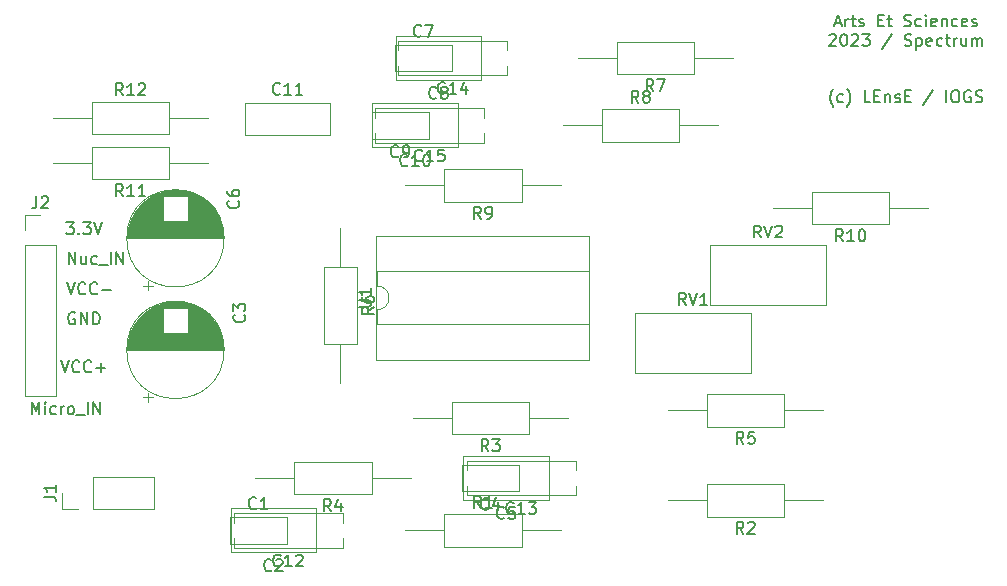
<source format=gbr>
G04 #@! TF.GenerationSoftware,KiCad,Pcbnew,(5.0.1)-4*
G04 #@! TF.CreationDate,2023-12-05T16:50:23+01:00*
G04 #@! TF.ProjectId,AetS_Spectrum_1way,416574535F537065637472756D5F3177,rev?*
G04 #@! TF.SameCoordinates,Original*
G04 #@! TF.FileFunction,Legend,Top*
G04 #@! TF.FilePolarity,Positive*
%FSLAX46Y46*%
G04 Gerber Fmt 4.6, Leading zero omitted, Abs format (unit mm)*
G04 Created by KiCad (PCBNEW (5.0.1)-4) date 05/12/2023 16:50:23*
%MOMM*%
%LPD*%
G01*
G04 APERTURE LIST*
%ADD10C,0.150000*%
%ADD11C,0.120000*%
G04 APERTURE END LIST*
D10*
X229061142Y-40965333D02*
X229013523Y-40917714D01*
X228918285Y-40774857D01*
X228870666Y-40679619D01*
X228823047Y-40536761D01*
X228775428Y-40298666D01*
X228775428Y-40108190D01*
X228823047Y-39870095D01*
X228870666Y-39727238D01*
X228918285Y-39632000D01*
X229013523Y-39489142D01*
X229061142Y-39441523D01*
X229870666Y-40536761D02*
X229775428Y-40584380D01*
X229584952Y-40584380D01*
X229489714Y-40536761D01*
X229442095Y-40489142D01*
X229394476Y-40393904D01*
X229394476Y-40108190D01*
X229442095Y-40012952D01*
X229489714Y-39965333D01*
X229584952Y-39917714D01*
X229775428Y-39917714D01*
X229870666Y-39965333D01*
X230204000Y-40965333D02*
X230251619Y-40917714D01*
X230346857Y-40774857D01*
X230394476Y-40679619D01*
X230442095Y-40536761D01*
X230489714Y-40298666D01*
X230489714Y-40108190D01*
X230442095Y-39870095D01*
X230394476Y-39727238D01*
X230346857Y-39632000D01*
X230251619Y-39489142D01*
X230204000Y-39441523D01*
X232204000Y-40584380D02*
X231727809Y-40584380D01*
X231727809Y-39584380D01*
X232537333Y-40060571D02*
X232870666Y-40060571D01*
X233013523Y-40584380D02*
X232537333Y-40584380D01*
X232537333Y-39584380D01*
X233013523Y-39584380D01*
X233442095Y-39917714D02*
X233442095Y-40584380D01*
X233442095Y-40012952D02*
X233489714Y-39965333D01*
X233584952Y-39917714D01*
X233727809Y-39917714D01*
X233823047Y-39965333D01*
X233870666Y-40060571D01*
X233870666Y-40584380D01*
X234299238Y-40536761D02*
X234394476Y-40584380D01*
X234584952Y-40584380D01*
X234680190Y-40536761D01*
X234727809Y-40441523D01*
X234727809Y-40393904D01*
X234680190Y-40298666D01*
X234584952Y-40251047D01*
X234442095Y-40251047D01*
X234346857Y-40203428D01*
X234299238Y-40108190D01*
X234299238Y-40060571D01*
X234346857Y-39965333D01*
X234442095Y-39917714D01*
X234584952Y-39917714D01*
X234680190Y-39965333D01*
X235156380Y-40060571D02*
X235489714Y-40060571D01*
X235632571Y-40584380D02*
X235156380Y-40584380D01*
X235156380Y-39584380D01*
X235632571Y-39584380D01*
X237537333Y-39536761D02*
X236680190Y-40822476D01*
X238632571Y-40584380D02*
X238632571Y-39584380D01*
X239299238Y-39584380D02*
X239489714Y-39584380D01*
X239584952Y-39632000D01*
X239680190Y-39727238D01*
X239727809Y-39917714D01*
X239727809Y-40251047D01*
X239680190Y-40441523D01*
X239584952Y-40536761D01*
X239489714Y-40584380D01*
X239299238Y-40584380D01*
X239204000Y-40536761D01*
X239108761Y-40441523D01*
X239061142Y-40251047D01*
X239061142Y-39917714D01*
X239108761Y-39727238D01*
X239204000Y-39632000D01*
X239299238Y-39584380D01*
X240680190Y-39632000D02*
X240584952Y-39584380D01*
X240442095Y-39584380D01*
X240299238Y-39632000D01*
X240204000Y-39727238D01*
X240156380Y-39822476D01*
X240108761Y-40012952D01*
X240108761Y-40155809D01*
X240156380Y-40346285D01*
X240204000Y-40441523D01*
X240299238Y-40536761D01*
X240442095Y-40584380D01*
X240537333Y-40584380D01*
X240680190Y-40536761D01*
X240727809Y-40489142D01*
X240727809Y-40155809D01*
X240537333Y-40155809D01*
X241108761Y-40536761D02*
X241251619Y-40584380D01*
X241489714Y-40584380D01*
X241584952Y-40536761D01*
X241632571Y-40489142D01*
X241680190Y-40393904D01*
X241680190Y-40298666D01*
X241632571Y-40203428D01*
X241584952Y-40155809D01*
X241489714Y-40108190D01*
X241299238Y-40060571D01*
X241204000Y-40012952D01*
X241156380Y-39965333D01*
X241108761Y-39870095D01*
X241108761Y-39774857D01*
X241156380Y-39679619D01*
X241204000Y-39632000D01*
X241299238Y-39584380D01*
X241537333Y-39584380D01*
X241680190Y-39632000D01*
X229180190Y-33885666D02*
X229656380Y-33885666D01*
X229084952Y-34171380D02*
X229418285Y-33171380D01*
X229751619Y-34171380D01*
X230084952Y-34171380D02*
X230084952Y-33504714D01*
X230084952Y-33695190D02*
X230132571Y-33599952D01*
X230180190Y-33552333D01*
X230275428Y-33504714D01*
X230370666Y-33504714D01*
X230561142Y-33504714D02*
X230942095Y-33504714D01*
X230704000Y-33171380D02*
X230704000Y-34028523D01*
X230751619Y-34123761D01*
X230846857Y-34171380D01*
X230942095Y-34171380D01*
X231227809Y-34123761D02*
X231323047Y-34171380D01*
X231513523Y-34171380D01*
X231608761Y-34123761D01*
X231656380Y-34028523D01*
X231656380Y-33980904D01*
X231608761Y-33885666D01*
X231513523Y-33838047D01*
X231370666Y-33838047D01*
X231275428Y-33790428D01*
X231227809Y-33695190D01*
X231227809Y-33647571D01*
X231275428Y-33552333D01*
X231370666Y-33504714D01*
X231513523Y-33504714D01*
X231608761Y-33552333D01*
X232846857Y-33647571D02*
X233180190Y-33647571D01*
X233323047Y-34171380D02*
X232846857Y-34171380D01*
X232846857Y-33171380D01*
X233323047Y-33171380D01*
X233608761Y-33504714D02*
X233989714Y-33504714D01*
X233751619Y-33171380D02*
X233751619Y-34028523D01*
X233799238Y-34123761D01*
X233894476Y-34171380D01*
X233989714Y-34171380D01*
X235037333Y-34123761D02*
X235180190Y-34171380D01*
X235418285Y-34171380D01*
X235513523Y-34123761D01*
X235561142Y-34076142D01*
X235608761Y-33980904D01*
X235608761Y-33885666D01*
X235561142Y-33790428D01*
X235513523Y-33742809D01*
X235418285Y-33695190D01*
X235227809Y-33647571D01*
X235132571Y-33599952D01*
X235084952Y-33552333D01*
X235037333Y-33457095D01*
X235037333Y-33361857D01*
X235084952Y-33266619D01*
X235132571Y-33219000D01*
X235227809Y-33171380D01*
X235465904Y-33171380D01*
X235608761Y-33219000D01*
X236465904Y-34123761D02*
X236370666Y-34171380D01*
X236180190Y-34171380D01*
X236084952Y-34123761D01*
X236037333Y-34076142D01*
X235989714Y-33980904D01*
X235989714Y-33695190D01*
X236037333Y-33599952D01*
X236084952Y-33552333D01*
X236180190Y-33504714D01*
X236370666Y-33504714D01*
X236465904Y-33552333D01*
X236894476Y-34171380D02*
X236894476Y-33504714D01*
X236894476Y-33171380D02*
X236846857Y-33219000D01*
X236894476Y-33266619D01*
X236942095Y-33219000D01*
X236894476Y-33171380D01*
X236894476Y-33266619D01*
X237751619Y-34123761D02*
X237656380Y-34171380D01*
X237465904Y-34171380D01*
X237370666Y-34123761D01*
X237323047Y-34028523D01*
X237323047Y-33647571D01*
X237370666Y-33552333D01*
X237465904Y-33504714D01*
X237656380Y-33504714D01*
X237751619Y-33552333D01*
X237799238Y-33647571D01*
X237799238Y-33742809D01*
X237323047Y-33838047D01*
X238227809Y-33504714D02*
X238227809Y-34171380D01*
X238227809Y-33599952D02*
X238275428Y-33552333D01*
X238370666Y-33504714D01*
X238513523Y-33504714D01*
X238608761Y-33552333D01*
X238656380Y-33647571D01*
X238656380Y-34171380D01*
X239561142Y-34123761D02*
X239465904Y-34171380D01*
X239275428Y-34171380D01*
X239180190Y-34123761D01*
X239132571Y-34076142D01*
X239084952Y-33980904D01*
X239084952Y-33695190D01*
X239132571Y-33599952D01*
X239180190Y-33552333D01*
X239275428Y-33504714D01*
X239465904Y-33504714D01*
X239561142Y-33552333D01*
X240370666Y-34123761D02*
X240275428Y-34171380D01*
X240084952Y-34171380D01*
X239989714Y-34123761D01*
X239942095Y-34028523D01*
X239942095Y-33647571D01*
X239989714Y-33552333D01*
X240084952Y-33504714D01*
X240275428Y-33504714D01*
X240370666Y-33552333D01*
X240418285Y-33647571D01*
X240418285Y-33742809D01*
X239942095Y-33838047D01*
X240799238Y-34123761D02*
X240894476Y-34171380D01*
X241084952Y-34171380D01*
X241180190Y-34123761D01*
X241227809Y-34028523D01*
X241227809Y-33980904D01*
X241180190Y-33885666D01*
X241084952Y-33838047D01*
X240942095Y-33838047D01*
X240846857Y-33790428D01*
X240799238Y-33695190D01*
X240799238Y-33647571D01*
X240846857Y-33552333D01*
X240942095Y-33504714D01*
X241084952Y-33504714D01*
X241180190Y-33552333D01*
X228704000Y-34916619D02*
X228751619Y-34869000D01*
X228846857Y-34821380D01*
X229084952Y-34821380D01*
X229180190Y-34869000D01*
X229227809Y-34916619D01*
X229275428Y-35011857D01*
X229275428Y-35107095D01*
X229227809Y-35249952D01*
X228656380Y-35821380D01*
X229275428Y-35821380D01*
X229894476Y-34821380D02*
X229989714Y-34821380D01*
X230084952Y-34869000D01*
X230132571Y-34916619D01*
X230180190Y-35011857D01*
X230227809Y-35202333D01*
X230227809Y-35440428D01*
X230180190Y-35630904D01*
X230132571Y-35726142D01*
X230084952Y-35773761D01*
X229989714Y-35821380D01*
X229894476Y-35821380D01*
X229799238Y-35773761D01*
X229751619Y-35726142D01*
X229704000Y-35630904D01*
X229656380Y-35440428D01*
X229656380Y-35202333D01*
X229704000Y-35011857D01*
X229751619Y-34916619D01*
X229799238Y-34869000D01*
X229894476Y-34821380D01*
X230608761Y-34916619D02*
X230656380Y-34869000D01*
X230751619Y-34821380D01*
X230989714Y-34821380D01*
X231084952Y-34869000D01*
X231132571Y-34916619D01*
X231180190Y-35011857D01*
X231180190Y-35107095D01*
X231132571Y-35249952D01*
X230561142Y-35821380D01*
X231180190Y-35821380D01*
X231513523Y-34821380D02*
X232132571Y-34821380D01*
X231799238Y-35202333D01*
X231942095Y-35202333D01*
X232037333Y-35249952D01*
X232084952Y-35297571D01*
X232132571Y-35392809D01*
X232132571Y-35630904D01*
X232084952Y-35726142D01*
X232037333Y-35773761D01*
X231942095Y-35821380D01*
X231656380Y-35821380D01*
X231561142Y-35773761D01*
X231513523Y-35726142D01*
X234037333Y-34773761D02*
X233180190Y-36059476D01*
X235084952Y-35773761D02*
X235227809Y-35821380D01*
X235465904Y-35821380D01*
X235561142Y-35773761D01*
X235608761Y-35726142D01*
X235656380Y-35630904D01*
X235656380Y-35535666D01*
X235608761Y-35440428D01*
X235561142Y-35392809D01*
X235465904Y-35345190D01*
X235275428Y-35297571D01*
X235180190Y-35249952D01*
X235132571Y-35202333D01*
X235084952Y-35107095D01*
X235084952Y-35011857D01*
X235132571Y-34916619D01*
X235180190Y-34869000D01*
X235275428Y-34821380D01*
X235513523Y-34821380D01*
X235656380Y-34869000D01*
X236084952Y-35154714D02*
X236084952Y-36154714D01*
X236084952Y-35202333D02*
X236180190Y-35154714D01*
X236370666Y-35154714D01*
X236465904Y-35202333D01*
X236513523Y-35249952D01*
X236561142Y-35345190D01*
X236561142Y-35630904D01*
X236513523Y-35726142D01*
X236465904Y-35773761D01*
X236370666Y-35821380D01*
X236180190Y-35821380D01*
X236084952Y-35773761D01*
X237370666Y-35773761D02*
X237275428Y-35821380D01*
X237084952Y-35821380D01*
X236989714Y-35773761D01*
X236942095Y-35678523D01*
X236942095Y-35297571D01*
X236989714Y-35202333D01*
X237084952Y-35154714D01*
X237275428Y-35154714D01*
X237370666Y-35202333D01*
X237418285Y-35297571D01*
X237418285Y-35392809D01*
X236942095Y-35488047D01*
X238275428Y-35773761D02*
X238180190Y-35821380D01*
X237989714Y-35821380D01*
X237894476Y-35773761D01*
X237846857Y-35726142D01*
X237799238Y-35630904D01*
X237799238Y-35345190D01*
X237846857Y-35249952D01*
X237894476Y-35202333D01*
X237989714Y-35154714D01*
X238180190Y-35154714D01*
X238275428Y-35202333D01*
X238561142Y-35154714D02*
X238942095Y-35154714D01*
X238704000Y-34821380D02*
X238704000Y-35678523D01*
X238751619Y-35773761D01*
X238846857Y-35821380D01*
X238942095Y-35821380D01*
X239275428Y-35821380D02*
X239275428Y-35154714D01*
X239275428Y-35345190D02*
X239323047Y-35249952D01*
X239370666Y-35202333D01*
X239465904Y-35154714D01*
X239561142Y-35154714D01*
X240323047Y-35154714D02*
X240323047Y-35821380D01*
X239894476Y-35154714D02*
X239894476Y-35678523D01*
X239942095Y-35773761D01*
X240037333Y-35821380D01*
X240180190Y-35821380D01*
X240275428Y-35773761D01*
X240323047Y-35726142D01*
X240799238Y-35821380D02*
X240799238Y-35154714D01*
X240799238Y-35249952D02*
X240846857Y-35202333D01*
X240942095Y-35154714D01*
X241084952Y-35154714D01*
X241180190Y-35202333D01*
X241227809Y-35297571D01*
X241227809Y-35821380D01*
X241227809Y-35297571D02*
X241275428Y-35202333D01*
X241370666Y-35154714D01*
X241513523Y-35154714D01*
X241608761Y-35202333D01*
X241656380Y-35297571D01*
X241656380Y-35821380D01*
X161179238Y-67000380D02*
X161179238Y-66000380D01*
X161512571Y-66714666D01*
X161845904Y-66000380D01*
X161845904Y-67000380D01*
X162322095Y-67000380D02*
X162322095Y-66333714D01*
X162322095Y-66000380D02*
X162274476Y-66048000D01*
X162322095Y-66095619D01*
X162369714Y-66048000D01*
X162322095Y-66000380D01*
X162322095Y-66095619D01*
X163226857Y-66952761D02*
X163131619Y-67000380D01*
X162941142Y-67000380D01*
X162845904Y-66952761D01*
X162798285Y-66905142D01*
X162750666Y-66809904D01*
X162750666Y-66524190D01*
X162798285Y-66428952D01*
X162845904Y-66381333D01*
X162941142Y-66333714D01*
X163131619Y-66333714D01*
X163226857Y-66381333D01*
X163655428Y-67000380D02*
X163655428Y-66333714D01*
X163655428Y-66524190D02*
X163703047Y-66428952D01*
X163750666Y-66381333D01*
X163845904Y-66333714D01*
X163941142Y-66333714D01*
X164417333Y-67000380D02*
X164322095Y-66952761D01*
X164274476Y-66905142D01*
X164226857Y-66809904D01*
X164226857Y-66524190D01*
X164274476Y-66428952D01*
X164322095Y-66381333D01*
X164417333Y-66333714D01*
X164560190Y-66333714D01*
X164655428Y-66381333D01*
X164703047Y-66428952D01*
X164750666Y-66524190D01*
X164750666Y-66809904D01*
X164703047Y-66905142D01*
X164655428Y-66952761D01*
X164560190Y-67000380D01*
X164417333Y-67000380D01*
X164941142Y-67095619D02*
X165703047Y-67095619D01*
X165941142Y-67000380D02*
X165941142Y-66000380D01*
X166417333Y-67000380D02*
X166417333Y-66000380D01*
X166988761Y-67000380D01*
X166988761Y-66000380D01*
X163655619Y-62444380D02*
X163988952Y-63444380D01*
X164322285Y-62444380D01*
X165227047Y-63349142D02*
X165179428Y-63396761D01*
X165036571Y-63444380D01*
X164941333Y-63444380D01*
X164798476Y-63396761D01*
X164703238Y-63301523D01*
X164655619Y-63206285D01*
X164608000Y-63015809D01*
X164608000Y-62872952D01*
X164655619Y-62682476D01*
X164703238Y-62587238D01*
X164798476Y-62492000D01*
X164941333Y-62444380D01*
X165036571Y-62444380D01*
X165179428Y-62492000D01*
X165227047Y-62539619D01*
X166227047Y-63349142D02*
X166179428Y-63396761D01*
X166036571Y-63444380D01*
X165941333Y-63444380D01*
X165798476Y-63396761D01*
X165703238Y-63301523D01*
X165655619Y-63206285D01*
X165608000Y-63015809D01*
X165608000Y-62872952D01*
X165655619Y-62682476D01*
X165703238Y-62587238D01*
X165798476Y-62492000D01*
X165941333Y-62444380D01*
X166036571Y-62444380D01*
X166179428Y-62492000D01*
X166227047Y-62539619D01*
X166655619Y-63063428D02*
X167417523Y-63063428D01*
X167036571Y-63444380D02*
X167036571Y-62682476D01*
X164131809Y-50760380D02*
X164750857Y-50760380D01*
X164417523Y-51141333D01*
X164560380Y-51141333D01*
X164655619Y-51188952D01*
X164703238Y-51236571D01*
X164750857Y-51331809D01*
X164750857Y-51569904D01*
X164703238Y-51665142D01*
X164655619Y-51712761D01*
X164560380Y-51760380D01*
X164274666Y-51760380D01*
X164179428Y-51712761D01*
X164131809Y-51665142D01*
X165179428Y-51665142D02*
X165227047Y-51712761D01*
X165179428Y-51760380D01*
X165131809Y-51712761D01*
X165179428Y-51665142D01*
X165179428Y-51760380D01*
X165560380Y-50760380D02*
X166179428Y-50760380D01*
X165846095Y-51141333D01*
X165988952Y-51141333D01*
X166084190Y-51188952D01*
X166131809Y-51236571D01*
X166179428Y-51331809D01*
X166179428Y-51569904D01*
X166131809Y-51665142D01*
X166084190Y-51712761D01*
X165988952Y-51760380D01*
X165703238Y-51760380D01*
X165608000Y-51712761D01*
X165560380Y-51665142D01*
X166465142Y-50760380D02*
X166798476Y-51760380D01*
X167131809Y-50760380D01*
X164314476Y-54300380D02*
X164314476Y-53300380D01*
X164885904Y-54300380D01*
X164885904Y-53300380D01*
X165790666Y-53633714D02*
X165790666Y-54300380D01*
X165362095Y-53633714D02*
X165362095Y-54157523D01*
X165409714Y-54252761D01*
X165504952Y-54300380D01*
X165647809Y-54300380D01*
X165743047Y-54252761D01*
X165790666Y-54205142D01*
X166695428Y-54252761D02*
X166600190Y-54300380D01*
X166409714Y-54300380D01*
X166314476Y-54252761D01*
X166266857Y-54205142D01*
X166219238Y-54109904D01*
X166219238Y-53824190D01*
X166266857Y-53728952D01*
X166314476Y-53681333D01*
X166409714Y-53633714D01*
X166600190Y-53633714D01*
X166695428Y-53681333D01*
X166885904Y-54395619D02*
X167647809Y-54395619D01*
X167885904Y-54300380D02*
X167885904Y-53300380D01*
X168362095Y-54300380D02*
X168362095Y-53300380D01*
X168933523Y-54300380D01*
X168933523Y-53300380D01*
X164163619Y-55840380D02*
X164496952Y-56840380D01*
X164830285Y-55840380D01*
X165735047Y-56745142D02*
X165687428Y-56792761D01*
X165544571Y-56840380D01*
X165449333Y-56840380D01*
X165306476Y-56792761D01*
X165211238Y-56697523D01*
X165163619Y-56602285D01*
X165116000Y-56411809D01*
X165116000Y-56268952D01*
X165163619Y-56078476D01*
X165211238Y-55983238D01*
X165306476Y-55888000D01*
X165449333Y-55840380D01*
X165544571Y-55840380D01*
X165687428Y-55888000D01*
X165735047Y-55935619D01*
X166735047Y-56745142D02*
X166687428Y-56792761D01*
X166544571Y-56840380D01*
X166449333Y-56840380D01*
X166306476Y-56792761D01*
X166211238Y-56697523D01*
X166163619Y-56602285D01*
X166116000Y-56411809D01*
X166116000Y-56268952D01*
X166163619Y-56078476D01*
X166211238Y-55983238D01*
X166306476Y-55888000D01*
X166449333Y-55840380D01*
X166544571Y-55840380D01*
X166687428Y-55888000D01*
X166735047Y-55935619D01*
X167163619Y-56459428D02*
X167925523Y-56459428D01*
X164846095Y-58428000D02*
X164750857Y-58380380D01*
X164608000Y-58380380D01*
X164465142Y-58428000D01*
X164369904Y-58523238D01*
X164322285Y-58618476D01*
X164274666Y-58808952D01*
X164274666Y-58951809D01*
X164322285Y-59142285D01*
X164369904Y-59237523D01*
X164465142Y-59332761D01*
X164608000Y-59380380D01*
X164703238Y-59380380D01*
X164846095Y-59332761D01*
X164893714Y-59285142D01*
X164893714Y-58951809D01*
X164703238Y-58951809D01*
X165322285Y-59380380D02*
X165322285Y-58380380D01*
X165893714Y-59380380D01*
X165893714Y-58380380D01*
X166369904Y-59380380D02*
X166369904Y-58380380D01*
X166608000Y-58380380D01*
X166750857Y-58428000D01*
X166846095Y-58523238D01*
X166893714Y-58618476D01*
X166941333Y-58808952D01*
X166941333Y-58951809D01*
X166893714Y-59142285D01*
X166846095Y-59237523D01*
X166750857Y-59332761D01*
X166608000Y-59380380D01*
X166369904Y-59380380D01*
D11*
G04 #@! TO.C,J1*
X163770000Y-74990000D02*
X163770000Y-73660000D01*
X165100000Y-74990000D02*
X163770000Y-74990000D01*
X166370000Y-74990000D02*
X166370000Y-72330000D01*
X166370000Y-72330000D02*
X171510000Y-72330000D01*
X166370000Y-74990000D02*
X171510000Y-74990000D01*
X171510000Y-74990000D02*
X171510000Y-72330000D01*
G04 #@! TO.C,C1*
X177940000Y-75715000D02*
X182780000Y-75715000D01*
X177940000Y-77955000D02*
X182780000Y-77955000D01*
X177940000Y-75715000D02*
X177940000Y-77955000D01*
X182780000Y-75715000D02*
X182780000Y-77955000D01*
G04 #@! TO.C,C2*
X178030000Y-78705000D02*
X178030000Y-74965000D01*
X185270000Y-78705000D02*
X185270000Y-74965000D01*
X185270000Y-74965000D02*
X178030000Y-74965000D01*
X185270000Y-78705000D02*
X178030000Y-78705000D01*
G04 #@! TO.C,C3*
X177475000Y-61555000D02*
G75*
G03X177475000Y-61555000I-4120000J0D01*
G01*
X169275000Y-61555000D02*
X177435000Y-61555000D01*
X169275000Y-61515000D02*
X177435000Y-61515000D01*
X169275000Y-61475000D02*
X177435000Y-61475000D01*
X169276000Y-61435000D02*
X177434000Y-61435000D01*
X169278000Y-61395000D02*
X177432000Y-61395000D01*
X169279000Y-61355000D02*
X177431000Y-61355000D01*
X169281000Y-61315000D02*
X177429000Y-61315000D01*
X169284000Y-61275000D02*
X177426000Y-61275000D01*
X169287000Y-61235000D02*
X177423000Y-61235000D01*
X169290000Y-61195000D02*
X177420000Y-61195000D01*
X169294000Y-61155000D02*
X177416000Y-61155000D01*
X169298000Y-61115000D02*
X177412000Y-61115000D01*
X169303000Y-61075000D02*
X177407000Y-61075000D01*
X169307000Y-61035000D02*
X177403000Y-61035000D01*
X169313000Y-60995000D02*
X177397000Y-60995000D01*
X169318000Y-60955000D02*
X177392000Y-60955000D01*
X169325000Y-60915000D02*
X177385000Y-60915000D01*
X169331000Y-60875000D02*
X177379000Y-60875000D01*
X169338000Y-60834000D02*
X177372000Y-60834000D01*
X169345000Y-60794000D02*
X177365000Y-60794000D01*
X169353000Y-60754000D02*
X177357000Y-60754000D01*
X169361000Y-60714000D02*
X177349000Y-60714000D01*
X169370000Y-60674000D02*
X177340000Y-60674000D01*
X169379000Y-60634000D02*
X177331000Y-60634000D01*
X169388000Y-60594000D02*
X177322000Y-60594000D01*
X169398000Y-60554000D02*
X177312000Y-60554000D01*
X169408000Y-60514000D02*
X177302000Y-60514000D01*
X169419000Y-60474000D02*
X177291000Y-60474000D01*
X169430000Y-60434000D02*
X177280000Y-60434000D01*
X169441000Y-60394000D02*
X177269000Y-60394000D01*
X169453000Y-60354000D02*
X177257000Y-60354000D01*
X169466000Y-60314000D02*
X177244000Y-60314000D01*
X169478000Y-60274000D02*
X177232000Y-60274000D01*
X169492000Y-60234000D02*
X177218000Y-60234000D01*
X169505000Y-60194000D02*
X177205000Y-60194000D01*
X169520000Y-60154000D02*
X177190000Y-60154000D01*
X169534000Y-60114000D02*
X177176000Y-60114000D01*
X169550000Y-60074000D02*
X172315000Y-60074000D01*
X174395000Y-60074000D02*
X177160000Y-60074000D01*
X169565000Y-60034000D02*
X172315000Y-60034000D01*
X174395000Y-60034000D02*
X177145000Y-60034000D01*
X169581000Y-59994000D02*
X172315000Y-59994000D01*
X174395000Y-59994000D02*
X177129000Y-59994000D01*
X169598000Y-59954000D02*
X172315000Y-59954000D01*
X174395000Y-59954000D02*
X177112000Y-59954000D01*
X169615000Y-59914000D02*
X172315000Y-59914000D01*
X174395000Y-59914000D02*
X177095000Y-59914000D01*
X169633000Y-59874000D02*
X172315000Y-59874000D01*
X174395000Y-59874000D02*
X177077000Y-59874000D01*
X169651000Y-59834000D02*
X172315000Y-59834000D01*
X174395000Y-59834000D02*
X177059000Y-59834000D01*
X169669000Y-59794000D02*
X172315000Y-59794000D01*
X174395000Y-59794000D02*
X177041000Y-59794000D01*
X169689000Y-59754000D02*
X172315000Y-59754000D01*
X174395000Y-59754000D02*
X177021000Y-59754000D01*
X169708000Y-59714000D02*
X172315000Y-59714000D01*
X174395000Y-59714000D02*
X177002000Y-59714000D01*
X169728000Y-59674000D02*
X172315000Y-59674000D01*
X174395000Y-59674000D02*
X176982000Y-59674000D01*
X169749000Y-59634000D02*
X172315000Y-59634000D01*
X174395000Y-59634000D02*
X176961000Y-59634000D01*
X169771000Y-59594000D02*
X172315000Y-59594000D01*
X174395000Y-59594000D02*
X176939000Y-59594000D01*
X169793000Y-59554000D02*
X172315000Y-59554000D01*
X174395000Y-59554000D02*
X176917000Y-59554000D01*
X169815000Y-59514000D02*
X172315000Y-59514000D01*
X174395000Y-59514000D02*
X176895000Y-59514000D01*
X169838000Y-59474000D02*
X172315000Y-59474000D01*
X174395000Y-59474000D02*
X176872000Y-59474000D01*
X169862000Y-59434000D02*
X172315000Y-59434000D01*
X174395000Y-59434000D02*
X176848000Y-59434000D01*
X169886000Y-59394000D02*
X172315000Y-59394000D01*
X174395000Y-59394000D02*
X176824000Y-59394000D01*
X169911000Y-59354000D02*
X172315000Y-59354000D01*
X174395000Y-59354000D02*
X176799000Y-59354000D01*
X169937000Y-59314000D02*
X172315000Y-59314000D01*
X174395000Y-59314000D02*
X176773000Y-59314000D01*
X169963000Y-59274000D02*
X172315000Y-59274000D01*
X174395000Y-59274000D02*
X176747000Y-59274000D01*
X169990000Y-59234000D02*
X172315000Y-59234000D01*
X174395000Y-59234000D02*
X176720000Y-59234000D01*
X170017000Y-59194000D02*
X172315000Y-59194000D01*
X174395000Y-59194000D02*
X176693000Y-59194000D01*
X170046000Y-59154000D02*
X172315000Y-59154000D01*
X174395000Y-59154000D02*
X176664000Y-59154000D01*
X170075000Y-59114000D02*
X172315000Y-59114000D01*
X174395000Y-59114000D02*
X176635000Y-59114000D01*
X170105000Y-59074000D02*
X172315000Y-59074000D01*
X174395000Y-59074000D02*
X176605000Y-59074000D01*
X170135000Y-59034000D02*
X172315000Y-59034000D01*
X174395000Y-59034000D02*
X176575000Y-59034000D01*
X170166000Y-58994000D02*
X172315000Y-58994000D01*
X174395000Y-58994000D02*
X176544000Y-58994000D01*
X170199000Y-58954000D02*
X172315000Y-58954000D01*
X174395000Y-58954000D02*
X176511000Y-58954000D01*
X170231000Y-58914000D02*
X172315000Y-58914000D01*
X174395000Y-58914000D02*
X176479000Y-58914000D01*
X170265000Y-58874000D02*
X172315000Y-58874000D01*
X174395000Y-58874000D02*
X176445000Y-58874000D01*
X170300000Y-58834000D02*
X172315000Y-58834000D01*
X174395000Y-58834000D02*
X176410000Y-58834000D01*
X170336000Y-58794000D02*
X172315000Y-58794000D01*
X174395000Y-58794000D02*
X176374000Y-58794000D01*
X170372000Y-58754000D02*
X172315000Y-58754000D01*
X174395000Y-58754000D02*
X176338000Y-58754000D01*
X170410000Y-58714000D02*
X172315000Y-58714000D01*
X174395000Y-58714000D02*
X176300000Y-58714000D01*
X170448000Y-58674000D02*
X172315000Y-58674000D01*
X174395000Y-58674000D02*
X176262000Y-58674000D01*
X170488000Y-58634000D02*
X172315000Y-58634000D01*
X174395000Y-58634000D02*
X176222000Y-58634000D01*
X170529000Y-58594000D02*
X172315000Y-58594000D01*
X174395000Y-58594000D02*
X176181000Y-58594000D01*
X170571000Y-58554000D02*
X172315000Y-58554000D01*
X174395000Y-58554000D02*
X176139000Y-58554000D01*
X170614000Y-58514000D02*
X172315000Y-58514000D01*
X174395000Y-58514000D02*
X176096000Y-58514000D01*
X170658000Y-58474000D02*
X172315000Y-58474000D01*
X174395000Y-58474000D02*
X176052000Y-58474000D01*
X170704000Y-58434000D02*
X172315000Y-58434000D01*
X174395000Y-58434000D02*
X176006000Y-58434000D01*
X170751000Y-58394000D02*
X172315000Y-58394000D01*
X174395000Y-58394000D02*
X175959000Y-58394000D01*
X170799000Y-58354000D02*
X172315000Y-58354000D01*
X174395000Y-58354000D02*
X175911000Y-58354000D01*
X170850000Y-58314000D02*
X172315000Y-58314000D01*
X174395000Y-58314000D02*
X175860000Y-58314000D01*
X170901000Y-58274000D02*
X172315000Y-58274000D01*
X174395000Y-58274000D02*
X175809000Y-58274000D01*
X170955000Y-58234000D02*
X172315000Y-58234000D01*
X174395000Y-58234000D02*
X175755000Y-58234000D01*
X171010000Y-58194000D02*
X172315000Y-58194000D01*
X174395000Y-58194000D02*
X175700000Y-58194000D01*
X171068000Y-58154000D02*
X172315000Y-58154000D01*
X174395000Y-58154000D02*
X175642000Y-58154000D01*
X171127000Y-58114000D02*
X172315000Y-58114000D01*
X174395000Y-58114000D02*
X175583000Y-58114000D01*
X171189000Y-58074000D02*
X172315000Y-58074000D01*
X174395000Y-58074000D02*
X175521000Y-58074000D01*
X171253000Y-58034000D02*
X172315000Y-58034000D01*
X174395000Y-58034000D02*
X175457000Y-58034000D01*
X171321000Y-57994000D02*
X175389000Y-57994000D01*
X171391000Y-57954000D02*
X175319000Y-57954000D01*
X171465000Y-57914000D02*
X175245000Y-57914000D01*
X171542000Y-57874000D02*
X175168000Y-57874000D01*
X171624000Y-57834000D02*
X175086000Y-57834000D01*
X171710000Y-57794000D02*
X175000000Y-57794000D01*
X171803000Y-57754000D02*
X174907000Y-57754000D01*
X171902000Y-57714000D02*
X174808000Y-57714000D01*
X172009000Y-57674000D02*
X174701000Y-57674000D01*
X172126000Y-57634000D02*
X174584000Y-57634000D01*
X172257000Y-57594000D02*
X174453000Y-57594000D01*
X172407000Y-57554000D02*
X174303000Y-57554000D01*
X172587000Y-57514000D02*
X174123000Y-57514000D01*
X172822000Y-57474000D02*
X173888000Y-57474000D01*
X171040000Y-65964698D02*
X171040000Y-65164698D01*
X170640000Y-65564698D02*
X171440000Y-65564698D01*
G04 #@! TO.C,C4*
X197585000Y-73510000D02*
X197585000Y-71270000D01*
X202425000Y-73510000D02*
X202425000Y-71270000D01*
X202425000Y-71270000D02*
X197585000Y-71270000D01*
X202425000Y-73510000D02*
X197585000Y-73510000D01*
G04 #@! TO.C,C5*
X204955000Y-74260000D02*
X197715000Y-74260000D01*
X204955000Y-70520000D02*
X197715000Y-70520000D01*
X204955000Y-74260000D02*
X204955000Y-70520000D01*
X197715000Y-74260000D02*
X197715000Y-70520000D01*
G04 #@! TO.C,C6*
X170640000Y-56119698D02*
X171440000Y-56119698D01*
X171040000Y-56519698D02*
X171040000Y-55719698D01*
X172822000Y-48029000D02*
X173888000Y-48029000D01*
X172587000Y-48069000D02*
X174123000Y-48069000D01*
X172407000Y-48109000D02*
X174303000Y-48109000D01*
X172257000Y-48149000D02*
X174453000Y-48149000D01*
X172126000Y-48189000D02*
X174584000Y-48189000D01*
X172009000Y-48229000D02*
X174701000Y-48229000D01*
X171902000Y-48269000D02*
X174808000Y-48269000D01*
X171803000Y-48309000D02*
X174907000Y-48309000D01*
X171710000Y-48349000D02*
X175000000Y-48349000D01*
X171624000Y-48389000D02*
X175086000Y-48389000D01*
X171542000Y-48429000D02*
X175168000Y-48429000D01*
X171465000Y-48469000D02*
X175245000Y-48469000D01*
X171391000Y-48509000D02*
X175319000Y-48509000D01*
X171321000Y-48549000D02*
X175389000Y-48549000D01*
X174395000Y-48589000D02*
X175457000Y-48589000D01*
X171253000Y-48589000D02*
X172315000Y-48589000D01*
X174395000Y-48629000D02*
X175521000Y-48629000D01*
X171189000Y-48629000D02*
X172315000Y-48629000D01*
X174395000Y-48669000D02*
X175583000Y-48669000D01*
X171127000Y-48669000D02*
X172315000Y-48669000D01*
X174395000Y-48709000D02*
X175642000Y-48709000D01*
X171068000Y-48709000D02*
X172315000Y-48709000D01*
X174395000Y-48749000D02*
X175700000Y-48749000D01*
X171010000Y-48749000D02*
X172315000Y-48749000D01*
X174395000Y-48789000D02*
X175755000Y-48789000D01*
X170955000Y-48789000D02*
X172315000Y-48789000D01*
X174395000Y-48829000D02*
X175809000Y-48829000D01*
X170901000Y-48829000D02*
X172315000Y-48829000D01*
X174395000Y-48869000D02*
X175860000Y-48869000D01*
X170850000Y-48869000D02*
X172315000Y-48869000D01*
X174395000Y-48909000D02*
X175911000Y-48909000D01*
X170799000Y-48909000D02*
X172315000Y-48909000D01*
X174395000Y-48949000D02*
X175959000Y-48949000D01*
X170751000Y-48949000D02*
X172315000Y-48949000D01*
X174395000Y-48989000D02*
X176006000Y-48989000D01*
X170704000Y-48989000D02*
X172315000Y-48989000D01*
X174395000Y-49029000D02*
X176052000Y-49029000D01*
X170658000Y-49029000D02*
X172315000Y-49029000D01*
X174395000Y-49069000D02*
X176096000Y-49069000D01*
X170614000Y-49069000D02*
X172315000Y-49069000D01*
X174395000Y-49109000D02*
X176139000Y-49109000D01*
X170571000Y-49109000D02*
X172315000Y-49109000D01*
X174395000Y-49149000D02*
X176181000Y-49149000D01*
X170529000Y-49149000D02*
X172315000Y-49149000D01*
X174395000Y-49189000D02*
X176222000Y-49189000D01*
X170488000Y-49189000D02*
X172315000Y-49189000D01*
X174395000Y-49229000D02*
X176262000Y-49229000D01*
X170448000Y-49229000D02*
X172315000Y-49229000D01*
X174395000Y-49269000D02*
X176300000Y-49269000D01*
X170410000Y-49269000D02*
X172315000Y-49269000D01*
X174395000Y-49309000D02*
X176338000Y-49309000D01*
X170372000Y-49309000D02*
X172315000Y-49309000D01*
X174395000Y-49349000D02*
X176374000Y-49349000D01*
X170336000Y-49349000D02*
X172315000Y-49349000D01*
X174395000Y-49389000D02*
X176410000Y-49389000D01*
X170300000Y-49389000D02*
X172315000Y-49389000D01*
X174395000Y-49429000D02*
X176445000Y-49429000D01*
X170265000Y-49429000D02*
X172315000Y-49429000D01*
X174395000Y-49469000D02*
X176479000Y-49469000D01*
X170231000Y-49469000D02*
X172315000Y-49469000D01*
X174395000Y-49509000D02*
X176511000Y-49509000D01*
X170199000Y-49509000D02*
X172315000Y-49509000D01*
X174395000Y-49549000D02*
X176544000Y-49549000D01*
X170166000Y-49549000D02*
X172315000Y-49549000D01*
X174395000Y-49589000D02*
X176575000Y-49589000D01*
X170135000Y-49589000D02*
X172315000Y-49589000D01*
X174395000Y-49629000D02*
X176605000Y-49629000D01*
X170105000Y-49629000D02*
X172315000Y-49629000D01*
X174395000Y-49669000D02*
X176635000Y-49669000D01*
X170075000Y-49669000D02*
X172315000Y-49669000D01*
X174395000Y-49709000D02*
X176664000Y-49709000D01*
X170046000Y-49709000D02*
X172315000Y-49709000D01*
X174395000Y-49749000D02*
X176693000Y-49749000D01*
X170017000Y-49749000D02*
X172315000Y-49749000D01*
X174395000Y-49789000D02*
X176720000Y-49789000D01*
X169990000Y-49789000D02*
X172315000Y-49789000D01*
X174395000Y-49829000D02*
X176747000Y-49829000D01*
X169963000Y-49829000D02*
X172315000Y-49829000D01*
X174395000Y-49869000D02*
X176773000Y-49869000D01*
X169937000Y-49869000D02*
X172315000Y-49869000D01*
X174395000Y-49909000D02*
X176799000Y-49909000D01*
X169911000Y-49909000D02*
X172315000Y-49909000D01*
X174395000Y-49949000D02*
X176824000Y-49949000D01*
X169886000Y-49949000D02*
X172315000Y-49949000D01*
X174395000Y-49989000D02*
X176848000Y-49989000D01*
X169862000Y-49989000D02*
X172315000Y-49989000D01*
X174395000Y-50029000D02*
X176872000Y-50029000D01*
X169838000Y-50029000D02*
X172315000Y-50029000D01*
X174395000Y-50069000D02*
X176895000Y-50069000D01*
X169815000Y-50069000D02*
X172315000Y-50069000D01*
X174395000Y-50109000D02*
X176917000Y-50109000D01*
X169793000Y-50109000D02*
X172315000Y-50109000D01*
X174395000Y-50149000D02*
X176939000Y-50149000D01*
X169771000Y-50149000D02*
X172315000Y-50149000D01*
X174395000Y-50189000D02*
X176961000Y-50189000D01*
X169749000Y-50189000D02*
X172315000Y-50189000D01*
X174395000Y-50229000D02*
X176982000Y-50229000D01*
X169728000Y-50229000D02*
X172315000Y-50229000D01*
X174395000Y-50269000D02*
X177002000Y-50269000D01*
X169708000Y-50269000D02*
X172315000Y-50269000D01*
X174395000Y-50309000D02*
X177021000Y-50309000D01*
X169689000Y-50309000D02*
X172315000Y-50309000D01*
X174395000Y-50349000D02*
X177041000Y-50349000D01*
X169669000Y-50349000D02*
X172315000Y-50349000D01*
X174395000Y-50389000D02*
X177059000Y-50389000D01*
X169651000Y-50389000D02*
X172315000Y-50389000D01*
X174395000Y-50429000D02*
X177077000Y-50429000D01*
X169633000Y-50429000D02*
X172315000Y-50429000D01*
X174395000Y-50469000D02*
X177095000Y-50469000D01*
X169615000Y-50469000D02*
X172315000Y-50469000D01*
X174395000Y-50509000D02*
X177112000Y-50509000D01*
X169598000Y-50509000D02*
X172315000Y-50509000D01*
X174395000Y-50549000D02*
X177129000Y-50549000D01*
X169581000Y-50549000D02*
X172315000Y-50549000D01*
X174395000Y-50589000D02*
X177145000Y-50589000D01*
X169565000Y-50589000D02*
X172315000Y-50589000D01*
X174395000Y-50629000D02*
X177160000Y-50629000D01*
X169550000Y-50629000D02*
X172315000Y-50629000D01*
X169534000Y-50669000D02*
X177176000Y-50669000D01*
X169520000Y-50709000D02*
X177190000Y-50709000D01*
X169505000Y-50749000D02*
X177205000Y-50749000D01*
X169492000Y-50789000D02*
X177218000Y-50789000D01*
X169478000Y-50829000D02*
X177232000Y-50829000D01*
X169466000Y-50869000D02*
X177244000Y-50869000D01*
X169453000Y-50909000D02*
X177257000Y-50909000D01*
X169441000Y-50949000D02*
X177269000Y-50949000D01*
X169430000Y-50989000D02*
X177280000Y-50989000D01*
X169419000Y-51029000D02*
X177291000Y-51029000D01*
X169408000Y-51069000D02*
X177302000Y-51069000D01*
X169398000Y-51109000D02*
X177312000Y-51109000D01*
X169388000Y-51149000D02*
X177322000Y-51149000D01*
X169379000Y-51189000D02*
X177331000Y-51189000D01*
X169370000Y-51229000D02*
X177340000Y-51229000D01*
X169361000Y-51269000D02*
X177349000Y-51269000D01*
X169353000Y-51309000D02*
X177357000Y-51309000D01*
X169345000Y-51349000D02*
X177365000Y-51349000D01*
X169338000Y-51389000D02*
X177372000Y-51389000D01*
X169331000Y-51430000D02*
X177379000Y-51430000D01*
X169325000Y-51470000D02*
X177385000Y-51470000D01*
X169318000Y-51510000D02*
X177392000Y-51510000D01*
X169313000Y-51550000D02*
X177397000Y-51550000D01*
X169307000Y-51590000D02*
X177403000Y-51590000D01*
X169303000Y-51630000D02*
X177407000Y-51630000D01*
X169298000Y-51670000D02*
X177412000Y-51670000D01*
X169294000Y-51710000D02*
X177416000Y-51710000D01*
X169290000Y-51750000D02*
X177420000Y-51750000D01*
X169287000Y-51790000D02*
X177423000Y-51790000D01*
X169284000Y-51830000D02*
X177426000Y-51830000D01*
X169281000Y-51870000D02*
X177429000Y-51870000D01*
X169279000Y-51910000D02*
X177431000Y-51910000D01*
X169278000Y-51950000D02*
X177432000Y-51950000D01*
X169276000Y-51990000D02*
X177434000Y-51990000D01*
X169275000Y-52030000D02*
X177435000Y-52030000D01*
X169275000Y-52070000D02*
X177435000Y-52070000D01*
X169275000Y-52110000D02*
X177435000Y-52110000D01*
X177475000Y-52110000D02*
G75*
G03X177475000Y-52110000I-4120000J0D01*
G01*
G04 #@! TO.C,C7*
X191910000Y-35710000D02*
X196750000Y-35710000D01*
X191910000Y-37950000D02*
X196750000Y-37950000D01*
X191910000Y-35710000D02*
X191910000Y-37950000D01*
X196750000Y-35710000D02*
X196750000Y-37950000D01*
G04 #@! TO.C,C8*
X192000000Y-38700000D02*
X192000000Y-34960000D01*
X199240000Y-38700000D02*
X199240000Y-34960000D01*
X199240000Y-34960000D02*
X192000000Y-34960000D01*
X199240000Y-38700000D02*
X192000000Y-38700000D01*
G04 #@! TO.C,C9*
X189965000Y-43665000D02*
X189965000Y-41425000D01*
X194805000Y-43665000D02*
X194805000Y-41425000D01*
X194805000Y-41425000D02*
X189965000Y-41425000D01*
X194805000Y-43665000D02*
X189965000Y-43665000D01*
G04 #@! TO.C,C10*
X197255000Y-44415000D02*
X190015000Y-44415000D01*
X197255000Y-40675000D02*
X190015000Y-40675000D01*
X197255000Y-44415000D02*
X197255000Y-40675000D01*
X190015000Y-44415000D02*
X190015000Y-40675000D01*
G04 #@! TO.C,C11*
X186460000Y-40620000D02*
X186460000Y-43360000D01*
X179220000Y-40620000D02*
X179220000Y-43360000D01*
X179220000Y-43360000D02*
X186460000Y-43360000D01*
X179220000Y-40620000D02*
X186460000Y-40620000D01*
G04 #@! TO.C,C12*
X187520000Y-78306000D02*
X178280000Y-78306000D01*
X187520000Y-75364000D02*
X178280000Y-75364000D01*
X187520000Y-78306000D02*
X187520000Y-77500000D01*
X187520000Y-76170000D02*
X187520000Y-75364000D01*
X178280000Y-78306000D02*
X178280000Y-77500000D01*
X178280000Y-76170000D02*
X178280000Y-75364000D01*
G04 #@! TO.C,C13*
X198005000Y-71725000D02*
X198005000Y-70919000D01*
X198005000Y-73861000D02*
X198005000Y-73055000D01*
X207245000Y-71725000D02*
X207245000Y-70919000D01*
X207245000Y-73861000D02*
X207245000Y-73055000D01*
X207245000Y-70919000D02*
X198005000Y-70919000D01*
X207245000Y-73861000D02*
X198005000Y-73861000D01*
G04 #@! TO.C,C14*
X201450000Y-38301000D02*
X192210000Y-38301000D01*
X201450000Y-35359000D02*
X192210000Y-35359000D01*
X201450000Y-38301000D02*
X201450000Y-37495000D01*
X201450000Y-36165000D02*
X201450000Y-35359000D01*
X192210000Y-38301000D02*
X192210000Y-37495000D01*
X192210000Y-36165000D02*
X192210000Y-35359000D01*
G04 #@! TO.C,C15*
X190265000Y-41880000D02*
X190265000Y-41074000D01*
X190265000Y-44016000D02*
X190265000Y-43210000D01*
X199505000Y-41880000D02*
X199505000Y-41074000D01*
X199505000Y-44016000D02*
X199505000Y-43210000D01*
X199505000Y-41074000D02*
X190265000Y-41074000D01*
X199505000Y-44016000D02*
X190265000Y-44016000D01*
G04 #@! TO.C,J2*
X160595000Y-50105000D02*
X161925000Y-50105000D01*
X160595000Y-51435000D02*
X160595000Y-50105000D01*
X160595000Y-52705000D02*
X163255000Y-52705000D01*
X163255000Y-52705000D02*
X163255000Y-65465000D01*
X160595000Y-52705000D02*
X160595000Y-65465000D01*
X160595000Y-65465000D02*
X163255000Y-65465000D01*
G04 #@! TO.C,R1*
X205970000Y-76835000D02*
X202660000Y-76835000D01*
X192810000Y-76835000D02*
X196120000Y-76835000D01*
X202660000Y-75465000D02*
X196120000Y-75465000D01*
X202660000Y-78205000D02*
X202660000Y-75465000D01*
X196120000Y-78205000D02*
X202660000Y-78205000D01*
X196120000Y-75465000D02*
X196120000Y-78205000D01*
G04 #@! TO.C,R2*
X215035000Y-74295000D02*
X218345000Y-74295000D01*
X228195000Y-74295000D02*
X224885000Y-74295000D01*
X218345000Y-75665000D02*
X224885000Y-75665000D01*
X218345000Y-72925000D02*
X218345000Y-75665000D01*
X224885000Y-72925000D02*
X218345000Y-72925000D01*
X224885000Y-75665000D02*
X224885000Y-72925000D01*
G04 #@! TO.C,R3*
X193445000Y-67310000D02*
X196755000Y-67310000D01*
X206605000Y-67310000D02*
X203295000Y-67310000D01*
X196755000Y-68680000D02*
X203295000Y-68680000D01*
X196755000Y-65940000D02*
X196755000Y-68680000D01*
X203295000Y-65940000D02*
X196755000Y-65940000D01*
X203295000Y-68680000D02*
X203295000Y-65940000D01*
G04 #@! TO.C,R4*
X189960000Y-73760000D02*
X189960000Y-71020000D01*
X189960000Y-71020000D02*
X183420000Y-71020000D01*
X183420000Y-71020000D02*
X183420000Y-73760000D01*
X183420000Y-73760000D02*
X189960000Y-73760000D01*
X193270000Y-72390000D02*
X189960000Y-72390000D01*
X180110000Y-72390000D02*
X183420000Y-72390000D01*
G04 #@! TO.C,R5*
X224885000Y-68045000D02*
X224885000Y-65305000D01*
X224885000Y-65305000D02*
X218345000Y-65305000D01*
X218345000Y-65305000D02*
X218345000Y-68045000D01*
X218345000Y-68045000D02*
X224885000Y-68045000D01*
X228195000Y-66675000D02*
X224885000Y-66675000D01*
X215035000Y-66675000D02*
X218345000Y-66675000D01*
G04 #@! TO.C,R6*
X188695000Y-54515000D02*
X185955000Y-54515000D01*
X185955000Y-54515000D02*
X185955000Y-61055000D01*
X185955000Y-61055000D02*
X188695000Y-61055000D01*
X188695000Y-61055000D02*
X188695000Y-54515000D01*
X187325000Y-51205000D02*
X187325000Y-54515000D01*
X187325000Y-64365000D02*
X187325000Y-61055000D01*
G04 #@! TO.C,R7*
X217265000Y-38200000D02*
X217265000Y-35460000D01*
X217265000Y-35460000D02*
X210725000Y-35460000D01*
X210725000Y-35460000D02*
X210725000Y-38200000D01*
X210725000Y-38200000D02*
X217265000Y-38200000D01*
X220575000Y-36830000D02*
X217265000Y-36830000D01*
X207415000Y-36830000D02*
X210725000Y-36830000D01*
G04 #@! TO.C,R8*
X219305000Y-42545000D02*
X215995000Y-42545000D01*
X206145000Y-42545000D02*
X209455000Y-42545000D01*
X215995000Y-41175000D02*
X209455000Y-41175000D01*
X215995000Y-43915000D02*
X215995000Y-41175000D01*
X209455000Y-43915000D02*
X215995000Y-43915000D01*
X209455000Y-41175000D02*
X209455000Y-43915000D01*
G04 #@! TO.C,R9*
X192810000Y-47625000D02*
X196120000Y-47625000D01*
X205970000Y-47625000D02*
X202660000Y-47625000D01*
X196120000Y-48995000D02*
X202660000Y-48995000D01*
X196120000Y-46255000D02*
X196120000Y-48995000D01*
X202660000Y-46255000D02*
X196120000Y-46255000D01*
X202660000Y-48995000D02*
X202660000Y-46255000D01*
G04 #@! TO.C,R10*
X233775000Y-50900000D02*
X233775000Y-48160000D01*
X233775000Y-48160000D02*
X227235000Y-48160000D01*
X227235000Y-48160000D02*
X227235000Y-50900000D01*
X227235000Y-50900000D02*
X233775000Y-50900000D01*
X237085000Y-49530000D02*
X233775000Y-49530000D01*
X223925000Y-49530000D02*
X227235000Y-49530000D01*
G04 #@! TO.C,R11*
X172815000Y-47090000D02*
X172815000Y-44350000D01*
X172815000Y-44350000D02*
X166275000Y-44350000D01*
X166275000Y-44350000D02*
X166275000Y-47090000D01*
X166275000Y-47090000D02*
X172815000Y-47090000D01*
X176125000Y-45720000D02*
X172815000Y-45720000D01*
X162965000Y-45720000D02*
X166275000Y-45720000D01*
G04 #@! TO.C,R12*
X176125000Y-41910000D02*
X172815000Y-41910000D01*
X162965000Y-41910000D02*
X166275000Y-41910000D01*
X172815000Y-40540000D02*
X166275000Y-40540000D01*
X172815000Y-43280000D02*
X172815000Y-40540000D01*
X166275000Y-43280000D02*
X172815000Y-43280000D01*
X166275000Y-40540000D02*
X166275000Y-43280000D01*
G04 #@! TO.C,RV1*
X222055000Y-58430000D02*
X222055000Y-63500000D01*
X212285000Y-58430000D02*
X212285000Y-63500000D01*
X212285000Y-63500000D02*
X222055000Y-63500000D01*
X212285000Y-58430000D02*
X222055000Y-58430000D01*
G04 #@! TO.C,RV2*
X218635000Y-52715000D02*
X228405000Y-52715000D01*
X218635000Y-57785000D02*
X228405000Y-57785000D01*
X218635000Y-52715000D02*
X218635000Y-57785000D01*
X228405000Y-52715000D02*
X228405000Y-57785000D01*
G04 #@! TO.C,U1*
X190380000Y-51900000D02*
X190380000Y-62400000D01*
X208400000Y-51900000D02*
X190380000Y-51900000D01*
X208400000Y-62400000D02*
X208400000Y-51900000D01*
X190380000Y-62400000D02*
X208400000Y-62400000D01*
X190440000Y-54900000D02*
X190440000Y-56150000D01*
X208340000Y-54900000D02*
X190440000Y-54900000D01*
X208340000Y-59400000D02*
X208340000Y-54900000D01*
X190440000Y-59400000D02*
X208340000Y-59400000D01*
X190440000Y-58150000D02*
X190440000Y-59400000D01*
X190440000Y-56150000D02*
G75*
G02X190440000Y-58150000I0J-1000000D01*
G01*
G04 #@! TO.C,J1*
D10*
X162222380Y-73993333D02*
X162936666Y-73993333D01*
X163079523Y-74040952D01*
X163174761Y-74136190D01*
X163222380Y-74279047D01*
X163222380Y-74374285D01*
X163222380Y-72993333D02*
X163222380Y-73564761D01*
X163222380Y-73279047D02*
X162222380Y-73279047D01*
X162365238Y-73374285D01*
X162460476Y-73469523D01*
X162508095Y-73564761D01*
G04 #@! TO.C,C1*
X180193333Y-74942142D02*
X180145714Y-74989761D01*
X180002857Y-75037380D01*
X179907619Y-75037380D01*
X179764761Y-74989761D01*
X179669523Y-74894523D01*
X179621904Y-74799285D01*
X179574285Y-74608809D01*
X179574285Y-74465952D01*
X179621904Y-74275476D01*
X179669523Y-74180238D01*
X179764761Y-74085000D01*
X179907619Y-74037380D01*
X180002857Y-74037380D01*
X180145714Y-74085000D01*
X180193333Y-74132619D01*
X181145714Y-75037380D02*
X180574285Y-75037380D01*
X180860000Y-75037380D02*
X180860000Y-74037380D01*
X180764761Y-74180238D01*
X180669523Y-74275476D01*
X180574285Y-74323095D01*
G04 #@! TO.C,C2*
X181483333Y-80192142D02*
X181435714Y-80239761D01*
X181292857Y-80287380D01*
X181197619Y-80287380D01*
X181054761Y-80239761D01*
X180959523Y-80144523D01*
X180911904Y-80049285D01*
X180864285Y-79858809D01*
X180864285Y-79715952D01*
X180911904Y-79525476D01*
X180959523Y-79430238D01*
X181054761Y-79335000D01*
X181197619Y-79287380D01*
X181292857Y-79287380D01*
X181435714Y-79335000D01*
X181483333Y-79382619D01*
X181864285Y-79382619D02*
X181911904Y-79335000D01*
X182007142Y-79287380D01*
X182245238Y-79287380D01*
X182340476Y-79335000D01*
X182388095Y-79382619D01*
X182435714Y-79477857D01*
X182435714Y-79573095D01*
X182388095Y-79715952D01*
X181816666Y-80287380D01*
X182435714Y-80287380D01*
G04 #@! TO.C,C3*
X179173142Y-58586666D02*
X179220761Y-58634285D01*
X179268380Y-58777142D01*
X179268380Y-58872380D01*
X179220761Y-59015238D01*
X179125523Y-59110476D01*
X179030285Y-59158095D01*
X178839809Y-59205714D01*
X178696952Y-59205714D01*
X178506476Y-59158095D01*
X178411238Y-59110476D01*
X178316000Y-59015238D01*
X178268380Y-58872380D01*
X178268380Y-58777142D01*
X178316000Y-58634285D01*
X178363619Y-58586666D01*
X178268380Y-58253333D02*
X178268380Y-57634285D01*
X178649333Y-57967619D01*
X178649333Y-57824761D01*
X178696952Y-57729523D01*
X178744571Y-57681904D01*
X178839809Y-57634285D01*
X179077904Y-57634285D01*
X179173142Y-57681904D01*
X179220761Y-57729523D01*
X179268380Y-57824761D01*
X179268380Y-58110476D01*
X179220761Y-58205714D01*
X179173142Y-58253333D01*
G04 #@! TO.C,C4*
X199838333Y-74997142D02*
X199790714Y-75044761D01*
X199647857Y-75092380D01*
X199552619Y-75092380D01*
X199409761Y-75044761D01*
X199314523Y-74949523D01*
X199266904Y-74854285D01*
X199219285Y-74663809D01*
X199219285Y-74520952D01*
X199266904Y-74330476D01*
X199314523Y-74235238D01*
X199409761Y-74140000D01*
X199552619Y-74092380D01*
X199647857Y-74092380D01*
X199790714Y-74140000D01*
X199838333Y-74187619D01*
X200695476Y-74425714D02*
X200695476Y-75092380D01*
X200457380Y-74044761D02*
X200219285Y-74759047D01*
X200838333Y-74759047D01*
G04 #@! TO.C,C5*
X201168333Y-75747142D02*
X201120714Y-75794761D01*
X200977857Y-75842380D01*
X200882619Y-75842380D01*
X200739761Y-75794761D01*
X200644523Y-75699523D01*
X200596904Y-75604285D01*
X200549285Y-75413809D01*
X200549285Y-75270952D01*
X200596904Y-75080476D01*
X200644523Y-74985238D01*
X200739761Y-74890000D01*
X200882619Y-74842380D01*
X200977857Y-74842380D01*
X201120714Y-74890000D01*
X201168333Y-74937619D01*
X202073095Y-74842380D02*
X201596904Y-74842380D01*
X201549285Y-75318571D01*
X201596904Y-75270952D01*
X201692142Y-75223333D01*
X201930238Y-75223333D01*
X202025476Y-75270952D01*
X202073095Y-75318571D01*
X202120714Y-75413809D01*
X202120714Y-75651904D01*
X202073095Y-75747142D01*
X202025476Y-75794761D01*
X201930238Y-75842380D01*
X201692142Y-75842380D01*
X201596904Y-75794761D01*
X201549285Y-75747142D01*
G04 #@! TO.C,C6*
X178665142Y-48934666D02*
X178712761Y-48982285D01*
X178760380Y-49125142D01*
X178760380Y-49220380D01*
X178712761Y-49363238D01*
X178617523Y-49458476D01*
X178522285Y-49506095D01*
X178331809Y-49553714D01*
X178188952Y-49553714D01*
X177998476Y-49506095D01*
X177903238Y-49458476D01*
X177808000Y-49363238D01*
X177760380Y-49220380D01*
X177760380Y-49125142D01*
X177808000Y-48982285D01*
X177855619Y-48934666D01*
X177760380Y-48077523D02*
X177760380Y-48268000D01*
X177808000Y-48363238D01*
X177855619Y-48410857D01*
X177998476Y-48506095D01*
X178188952Y-48553714D01*
X178569904Y-48553714D01*
X178665142Y-48506095D01*
X178712761Y-48458476D01*
X178760380Y-48363238D01*
X178760380Y-48172761D01*
X178712761Y-48077523D01*
X178665142Y-48029904D01*
X178569904Y-47982285D01*
X178331809Y-47982285D01*
X178236571Y-48029904D01*
X178188952Y-48077523D01*
X178141333Y-48172761D01*
X178141333Y-48363238D01*
X178188952Y-48458476D01*
X178236571Y-48506095D01*
X178331809Y-48553714D01*
G04 #@! TO.C,C7*
X194163333Y-34937142D02*
X194115714Y-34984761D01*
X193972857Y-35032380D01*
X193877619Y-35032380D01*
X193734761Y-34984761D01*
X193639523Y-34889523D01*
X193591904Y-34794285D01*
X193544285Y-34603809D01*
X193544285Y-34460952D01*
X193591904Y-34270476D01*
X193639523Y-34175238D01*
X193734761Y-34080000D01*
X193877619Y-34032380D01*
X193972857Y-34032380D01*
X194115714Y-34080000D01*
X194163333Y-34127619D01*
X194496666Y-34032380D02*
X195163333Y-34032380D01*
X194734761Y-35032380D01*
G04 #@! TO.C,C8*
X195453333Y-40187142D02*
X195405714Y-40234761D01*
X195262857Y-40282380D01*
X195167619Y-40282380D01*
X195024761Y-40234761D01*
X194929523Y-40139523D01*
X194881904Y-40044285D01*
X194834285Y-39853809D01*
X194834285Y-39710952D01*
X194881904Y-39520476D01*
X194929523Y-39425238D01*
X195024761Y-39330000D01*
X195167619Y-39282380D01*
X195262857Y-39282380D01*
X195405714Y-39330000D01*
X195453333Y-39377619D01*
X196024761Y-39710952D02*
X195929523Y-39663333D01*
X195881904Y-39615714D01*
X195834285Y-39520476D01*
X195834285Y-39472857D01*
X195881904Y-39377619D01*
X195929523Y-39330000D01*
X196024761Y-39282380D01*
X196215238Y-39282380D01*
X196310476Y-39330000D01*
X196358095Y-39377619D01*
X196405714Y-39472857D01*
X196405714Y-39520476D01*
X196358095Y-39615714D01*
X196310476Y-39663333D01*
X196215238Y-39710952D01*
X196024761Y-39710952D01*
X195929523Y-39758571D01*
X195881904Y-39806190D01*
X195834285Y-39901428D01*
X195834285Y-40091904D01*
X195881904Y-40187142D01*
X195929523Y-40234761D01*
X196024761Y-40282380D01*
X196215238Y-40282380D01*
X196310476Y-40234761D01*
X196358095Y-40187142D01*
X196405714Y-40091904D01*
X196405714Y-39901428D01*
X196358095Y-39806190D01*
X196310476Y-39758571D01*
X196215238Y-39710952D01*
G04 #@! TO.C,C9*
X192218333Y-45152142D02*
X192170714Y-45199761D01*
X192027857Y-45247380D01*
X191932619Y-45247380D01*
X191789761Y-45199761D01*
X191694523Y-45104523D01*
X191646904Y-45009285D01*
X191599285Y-44818809D01*
X191599285Y-44675952D01*
X191646904Y-44485476D01*
X191694523Y-44390238D01*
X191789761Y-44295000D01*
X191932619Y-44247380D01*
X192027857Y-44247380D01*
X192170714Y-44295000D01*
X192218333Y-44342619D01*
X192694523Y-45247380D02*
X192885000Y-45247380D01*
X192980238Y-45199761D01*
X193027857Y-45152142D01*
X193123095Y-45009285D01*
X193170714Y-44818809D01*
X193170714Y-44437857D01*
X193123095Y-44342619D01*
X193075476Y-44295000D01*
X192980238Y-44247380D01*
X192789761Y-44247380D01*
X192694523Y-44295000D01*
X192646904Y-44342619D01*
X192599285Y-44437857D01*
X192599285Y-44675952D01*
X192646904Y-44771190D01*
X192694523Y-44818809D01*
X192789761Y-44866428D01*
X192980238Y-44866428D01*
X193075476Y-44818809D01*
X193123095Y-44771190D01*
X193170714Y-44675952D01*
G04 #@! TO.C,C10*
X192992142Y-45902142D02*
X192944523Y-45949761D01*
X192801666Y-45997380D01*
X192706428Y-45997380D01*
X192563571Y-45949761D01*
X192468333Y-45854523D01*
X192420714Y-45759285D01*
X192373095Y-45568809D01*
X192373095Y-45425952D01*
X192420714Y-45235476D01*
X192468333Y-45140238D01*
X192563571Y-45045000D01*
X192706428Y-44997380D01*
X192801666Y-44997380D01*
X192944523Y-45045000D01*
X192992142Y-45092619D01*
X193944523Y-45997380D02*
X193373095Y-45997380D01*
X193658809Y-45997380D02*
X193658809Y-44997380D01*
X193563571Y-45140238D01*
X193468333Y-45235476D01*
X193373095Y-45283095D01*
X194563571Y-44997380D02*
X194658809Y-44997380D01*
X194754047Y-45045000D01*
X194801666Y-45092619D01*
X194849285Y-45187857D01*
X194896904Y-45378333D01*
X194896904Y-45616428D01*
X194849285Y-45806904D01*
X194801666Y-45902142D01*
X194754047Y-45949761D01*
X194658809Y-45997380D01*
X194563571Y-45997380D01*
X194468333Y-45949761D01*
X194420714Y-45902142D01*
X194373095Y-45806904D01*
X194325476Y-45616428D01*
X194325476Y-45378333D01*
X194373095Y-45187857D01*
X194420714Y-45092619D01*
X194468333Y-45045000D01*
X194563571Y-44997380D01*
G04 #@! TO.C,C11*
X182197142Y-39847142D02*
X182149523Y-39894761D01*
X182006666Y-39942380D01*
X181911428Y-39942380D01*
X181768571Y-39894761D01*
X181673333Y-39799523D01*
X181625714Y-39704285D01*
X181578095Y-39513809D01*
X181578095Y-39370952D01*
X181625714Y-39180476D01*
X181673333Y-39085238D01*
X181768571Y-38990000D01*
X181911428Y-38942380D01*
X182006666Y-38942380D01*
X182149523Y-38990000D01*
X182197142Y-39037619D01*
X183149523Y-39942380D02*
X182578095Y-39942380D01*
X182863809Y-39942380D02*
X182863809Y-38942380D01*
X182768571Y-39085238D01*
X182673333Y-39180476D01*
X182578095Y-39228095D01*
X184101904Y-39942380D02*
X183530476Y-39942380D01*
X183816190Y-39942380D02*
X183816190Y-38942380D01*
X183720952Y-39085238D01*
X183625714Y-39180476D01*
X183530476Y-39228095D01*
G04 #@! TO.C,C12*
X182257142Y-79792142D02*
X182209523Y-79839761D01*
X182066666Y-79887380D01*
X181971428Y-79887380D01*
X181828571Y-79839761D01*
X181733333Y-79744523D01*
X181685714Y-79649285D01*
X181638095Y-79458809D01*
X181638095Y-79315952D01*
X181685714Y-79125476D01*
X181733333Y-79030238D01*
X181828571Y-78935000D01*
X181971428Y-78887380D01*
X182066666Y-78887380D01*
X182209523Y-78935000D01*
X182257142Y-78982619D01*
X183209523Y-79887380D02*
X182638095Y-79887380D01*
X182923809Y-79887380D02*
X182923809Y-78887380D01*
X182828571Y-79030238D01*
X182733333Y-79125476D01*
X182638095Y-79173095D01*
X183590476Y-78982619D02*
X183638095Y-78935000D01*
X183733333Y-78887380D01*
X183971428Y-78887380D01*
X184066666Y-78935000D01*
X184114285Y-78982619D01*
X184161904Y-79077857D01*
X184161904Y-79173095D01*
X184114285Y-79315952D01*
X183542857Y-79887380D01*
X184161904Y-79887380D01*
G04 #@! TO.C,C13*
X201982142Y-75347142D02*
X201934523Y-75394761D01*
X201791666Y-75442380D01*
X201696428Y-75442380D01*
X201553571Y-75394761D01*
X201458333Y-75299523D01*
X201410714Y-75204285D01*
X201363095Y-75013809D01*
X201363095Y-74870952D01*
X201410714Y-74680476D01*
X201458333Y-74585238D01*
X201553571Y-74490000D01*
X201696428Y-74442380D01*
X201791666Y-74442380D01*
X201934523Y-74490000D01*
X201982142Y-74537619D01*
X202934523Y-75442380D02*
X202363095Y-75442380D01*
X202648809Y-75442380D02*
X202648809Y-74442380D01*
X202553571Y-74585238D01*
X202458333Y-74680476D01*
X202363095Y-74728095D01*
X203267857Y-74442380D02*
X203886904Y-74442380D01*
X203553571Y-74823333D01*
X203696428Y-74823333D01*
X203791666Y-74870952D01*
X203839285Y-74918571D01*
X203886904Y-75013809D01*
X203886904Y-75251904D01*
X203839285Y-75347142D01*
X203791666Y-75394761D01*
X203696428Y-75442380D01*
X203410714Y-75442380D01*
X203315476Y-75394761D01*
X203267857Y-75347142D01*
G04 #@! TO.C,C14*
X196187142Y-39787142D02*
X196139523Y-39834761D01*
X195996666Y-39882380D01*
X195901428Y-39882380D01*
X195758571Y-39834761D01*
X195663333Y-39739523D01*
X195615714Y-39644285D01*
X195568095Y-39453809D01*
X195568095Y-39310952D01*
X195615714Y-39120476D01*
X195663333Y-39025238D01*
X195758571Y-38930000D01*
X195901428Y-38882380D01*
X195996666Y-38882380D01*
X196139523Y-38930000D01*
X196187142Y-38977619D01*
X197139523Y-39882380D02*
X196568095Y-39882380D01*
X196853809Y-39882380D02*
X196853809Y-38882380D01*
X196758571Y-39025238D01*
X196663333Y-39120476D01*
X196568095Y-39168095D01*
X197996666Y-39215714D02*
X197996666Y-39882380D01*
X197758571Y-38834761D02*
X197520476Y-39549047D01*
X198139523Y-39549047D01*
G04 #@! TO.C,C15*
X194242142Y-45502142D02*
X194194523Y-45549761D01*
X194051666Y-45597380D01*
X193956428Y-45597380D01*
X193813571Y-45549761D01*
X193718333Y-45454523D01*
X193670714Y-45359285D01*
X193623095Y-45168809D01*
X193623095Y-45025952D01*
X193670714Y-44835476D01*
X193718333Y-44740238D01*
X193813571Y-44645000D01*
X193956428Y-44597380D01*
X194051666Y-44597380D01*
X194194523Y-44645000D01*
X194242142Y-44692619D01*
X195194523Y-45597380D02*
X194623095Y-45597380D01*
X194908809Y-45597380D02*
X194908809Y-44597380D01*
X194813571Y-44740238D01*
X194718333Y-44835476D01*
X194623095Y-44883095D01*
X196099285Y-44597380D02*
X195623095Y-44597380D01*
X195575476Y-45073571D01*
X195623095Y-45025952D01*
X195718333Y-44978333D01*
X195956428Y-44978333D01*
X196051666Y-45025952D01*
X196099285Y-45073571D01*
X196146904Y-45168809D01*
X196146904Y-45406904D01*
X196099285Y-45502142D01*
X196051666Y-45549761D01*
X195956428Y-45597380D01*
X195718333Y-45597380D01*
X195623095Y-45549761D01*
X195575476Y-45502142D01*
G04 #@! TO.C,J2*
X161591666Y-48557380D02*
X161591666Y-49271666D01*
X161544047Y-49414523D01*
X161448809Y-49509761D01*
X161305952Y-49557380D01*
X161210714Y-49557380D01*
X162020238Y-48652619D02*
X162067857Y-48605000D01*
X162163095Y-48557380D01*
X162401190Y-48557380D01*
X162496428Y-48605000D01*
X162544047Y-48652619D01*
X162591666Y-48747857D01*
X162591666Y-48843095D01*
X162544047Y-48985952D01*
X161972619Y-49557380D01*
X162591666Y-49557380D01*
G04 #@! TO.C,R1*
X199223333Y-74917380D02*
X198890000Y-74441190D01*
X198651904Y-74917380D02*
X198651904Y-73917380D01*
X199032857Y-73917380D01*
X199128095Y-73965000D01*
X199175714Y-74012619D01*
X199223333Y-74107857D01*
X199223333Y-74250714D01*
X199175714Y-74345952D01*
X199128095Y-74393571D01*
X199032857Y-74441190D01*
X198651904Y-74441190D01*
X200175714Y-74917380D02*
X199604285Y-74917380D01*
X199890000Y-74917380D02*
X199890000Y-73917380D01*
X199794761Y-74060238D01*
X199699523Y-74155476D01*
X199604285Y-74203095D01*
G04 #@! TO.C,R2*
X221448333Y-77117380D02*
X221115000Y-76641190D01*
X220876904Y-77117380D02*
X220876904Y-76117380D01*
X221257857Y-76117380D01*
X221353095Y-76165000D01*
X221400714Y-76212619D01*
X221448333Y-76307857D01*
X221448333Y-76450714D01*
X221400714Y-76545952D01*
X221353095Y-76593571D01*
X221257857Y-76641190D01*
X220876904Y-76641190D01*
X221829285Y-76212619D02*
X221876904Y-76165000D01*
X221972142Y-76117380D01*
X222210238Y-76117380D01*
X222305476Y-76165000D01*
X222353095Y-76212619D01*
X222400714Y-76307857D01*
X222400714Y-76403095D01*
X222353095Y-76545952D01*
X221781666Y-77117380D01*
X222400714Y-77117380D01*
G04 #@! TO.C,R3*
X199858333Y-70132380D02*
X199525000Y-69656190D01*
X199286904Y-70132380D02*
X199286904Y-69132380D01*
X199667857Y-69132380D01*
X199763095Y-69180000D01*
X199810714Y-69227619D01*
X199858333Y-69322857D01*
X199858333Y-69465714D01*
X199810714Y-69560952D01*
X199763095Y-69608571D01*
X199667857Y-69656190D01*
X199286904Y-69656190D01*
X200191666Y-69132380D02*
X200810714Y-69132380D01*
X200477380Y-69513333D01*
X200620238Y-69513333D01*
X200715476Y-69560952D01*
X200763095Y-69608571D01*
X200810714Y-69703809D01*
X200810714Y-69941904D01*
X200763095Y-70037142D01*
X200715476Y-70084761D01*
X200620238Y-70132380D01*
X200334523Y-70132380D01*
X200239285Y-70084761D01*
X200191666Y-70037142D01*
G04 #@! TO.C,R4*
X186523333Y-75212380D02*
X186190000Y-74736190D01*
X185951904Y-75212380D02*
X185951904Y-74212380D01*
X186332857Y-74212380D01*
X186428095Y-74260000D01*
X186475714Y-74307619D01*
X186523333Y-74402857D01*
X186523333Y-74545714D01*
X186475714Y-74640952D01*
X186428095Y-74688571D01*
X186332857Y-74736190D01*
X185951904Y-74736190D01*
X187380476Y-74545714D02*
X187380476Y-75212380D01*
X187142380Y-74164761D02*
X186904285Y-74879047D01*
X187523333Y-74879047D01*
G04 #@! TO.C,R5*
X221448333Y-69497380D02*
X221115000Y-69021190D01*
X220876904Y-69497380D02*
X220876904Y-68497380D01*
X221257857Y-68497380D01*
X221353095Y-68545000D01*
X221400714Y-68592619D01*
X221448333Y-68687857D01*
X221448333Y-68830714D01*
X221400714Y-68925952D01*
X221353095Y-68973571D01*
X221257857Y-69021190D01*
X220876904Y-69021190D01*
X222353095Y-68497380D02*
X221876904Y-68497380D01*
X221829285Y-68973571D01*
X221876904Y-68925952D01*
X221972142Y-68878333D01*
X222210238Y-68878333D01*
X222305476Y-68925952D01*
X222353095Y-68973571D01*
X222400714Y-69068809D01*
X222400714Y-69306904D01*
X222353095Y-69402142D01*
X222305476Y-69449761D01*
X222210238Y-69497380D01*
X221972142Y-69497380D01*
X221876904Y-69449761D01*
X221829285Y-69402142D01*
G04 #@! TO.C,R6*
X190147380Y-57951666D02*
X189671190Y-58285000D01*
X190147380Y-58523095D02*
X189147380Y-58523095D01*
X189147380Y-58142142D01*
X189195000Y-58046904D01*
X189242619Y-57999285D01*
X189337857Y-57951666D01*
X189480714Y-57951666D01*
X189575952Y-57999285D01*
X189623571Y-58046904D01*
X189671190Y-58142142D01*
X189671190Y-58523095D01*
X189147380Y-57094523D02*
X189147380Y-57285000D01*
X189195000Y-57380238D01*
X189242619Y-57427857D01*
X189385476Y-57523095D01*
X189575952Y-57570714D01*
X189956904Y-57570714D01*
X190052142Y-57523095D01*
X190099761Y-57475476D01*
X190147380Y-57380238D01*
X190147380Y-57189761D01*
X190099761Y-57094523D01*
X190052142Y-57046904D01*
X189956904Y-56999285D01*
X189718809Y-56999285D01*
X189623571Y-57046904D01*
X189575952Y-57094523D01*
X189528333Y-57189761D01*
X189528333Y-57380238D01*
X189575952Y-57475476D01*
X189623571Y-57523095D01*
X189718809Y-57570714D01*
G04 #@! TO.C,R7*
X213828333Y-39652380D02*
X213495000Y-39176190D01*
X213256904Y-39652380D02*
X213256904Y-38652380D01*
X213637857Y-38652380D01*
X213733095Y-38700000D01*
X213780714Y-38747619D01*
X213828333Y-38842857D01*
X213828333Y-38985714D01*
X213780714Y-39080952D01*
X213733095Y-39128571D01*
X213637857Y-39176190D01*
X213256904Y-39176190D01*
X214161666Y-38652380D02*
X214828333Y-38652380D01*
X214399761Y-39652380D01*
G04 #@! TO.C,R8*
X212558333Y-40627380D02*
X212225000Y-40151190D01*
X211986904Y-40627380D02*
X211986904Y-39627380D01*
X212367857Y-39627380D01*
X212463095Y-39675000D01*
X212510714Y-39722619D01*
X212558333Y-39817857D01*
X212558333Y-39960714D01*
X212510714Y-40055952D01*
X212463095Y-40103571D01*
X212367857Y-40151190D01*
X211986904Y-40151190D01*
X213129761Y-40055952D02*
X213034523Y-40008333D01*
X212986904Y-39960714D01*
X212939285Y-39865476D01*
X212939285Y-39817857D01*
X212986904Y-39722619D01*
X213034523Y-39675000D01*
X213129761Y-39627380D01*
X213320238Y-39627380D01*
X213415476Y-39675000D01*
X213463095Y-39722619D01*
X213510714Y-39817857D01*
X213510714Y-39865476D01*
X213463095Y-39960714D01*
X213415476Y-40008333D01*
X213320238Y-40055952D01*
X213129761Y-40055952D01*
X213034523Y-40103571D01*
X212986904Y-40151190D01*
X212939285Y-40246428D01*
X212939285Y-40436904D01*
X212986904Y-40532142D01*
X213034523Y-40579761D01*
X213129761Y-40627380D01*
X213320238Y-40627380D01*
X213415476Y-40579761D01*
X213463095Y-40532142D01*
X213510714Y-40436904D01*
X213510714Y-40246428D01*
X213463095Y-40151190D01*
X213415476Y-40103571D01*
X213320238Y-40055952D01*
G04 #@! TO.C,R9*
X199223333Y-50447380D02*
X198890000Y-49971190D01*
X198651904Y-50447380D02*
X198651904Y-49447380D01*
X199032857Y-49447380D01*
X199128095Y-49495000D01*
X199175714Y-49542619D01*
X199223333Y-49637857D01*
X199223333Y-49780714D01*
X199175714Y-49875952D01*
X199128095Y-49923571D01*
X199032857Y-49971190D01*
X198651904Y-49971190D01*
X199699523Y-50447380D02*
X199890000Y-50447380D01*
X199985238Y-50399761D01*
X200032857Y-50352142D01*
X200128095Y-50209285D01*
X200175714Y-50018809D01*
X200175714Y-49637857D01*
X200128095Y-49542619D01*
X200080476Y-49495000D01*
X199985238Y-49447380D01*
X199794761Y-49447380D01*
X199699523Y-49495000D01*
X199651904Y-49542619D01*
X199604285Y-49637857D01*
X199604285Y-49875952D01*
X199651904Y-49971190D01*
X199699523Y-50018809D01*
X199794761Y-50066428D01*
X199985238Y-50066428D01*
X200080476Y-50018809D01*
X200128095Y-49971190D01*
X200175714Y-49875952D01*
G04 #@! TO.C,R10*
X229862142Y-52352380D02*
X229528809Y-51876190D01*
X229290714Y-52352380D02*
X229290714Y-51352380D01*
X229671666Y-51352380D01*
X229766904Y-51400000D01*
X229814523Y-51447619D01*
X229862142Y-51542857D01*
X229862142Y-51685714D01*
X229814523Y-51780952D01*
X229766904Y-51828571D01*
X229671666Y-51876190D01*
X229290714Y-51876190D01*
X230814523Y-52352380D02*
X230243095Y-52352380D01*
X230528809Y-52352380D02*
X230528809Y-51352380D01*
X230433571Y-51495238D01*
X230338333Y-51590476D01*
X230243095Y-51638095D01*
X231433571Y-51352380D02*
X231528809Y-51352380D01*
X231624047Y-51400000D01*
X231671666Y-51447619D01*
X231719285Y-51542857D01*
X231766904Y-51733333D01*
X231766904Y-51971428D01*
X231719285Y-52161904D01*
X231671666Y-52257142D01*
X231624047Y-52304761D01*
X231528809Y-52352380D01*
X231433571Y-52352380D01*
X231338333Y-52304761D01*
X231290714Y-52257142D01*
X231243095Y-52161904D01*
X231195476Y-51971428D01*
X231195476Y-51733333D01*
X231243095Y-51542857D01*
X231290714Y-51447619D01*
X231338333Y-51400000D01*
X231433571Y-51352380D01*
G04 #@! TO.C,R11*
X168902142Y-48542380D02*
X168568809Y-48066190D01*
X168330714Y-48542380D02*
X168330714Y-47542380D01*
X168711666Y-47542380D01*
X168806904Y-47590000D01*
X168854523Y-47637619D01*
X168902142Y-47732857D01*
X168902142Y-47875714D01*
X168854523Y-47970952D01*
X168806904Y-48018571D01*
X168711666Y-48066190D01*
X168330714Y-48066190D01*
X169854523Y-48542380D02*
X169283095Y-48542380D01*
X169568809Y-48542380D02*
X169568809Y-47542380D01*
X169473571Y-47685238D01*
X169378333Y-47780476D01*
X169283095Y-47828095D01*
X170806904Y-48542380D02*
X170235476Y-48542380D01*
X170521190Y-48542380D02*
X170521190Y-47542380D01*
X170425952Y-47685238D01*
X170330714Y-47780476D01*
X170235476Y-47828095D01*
G04 #@! TO.C,R12*
X168902142Y-39992380D02*
X168568809Y-39516190D01*
X168330714Y-39992380D02*
X168330714Y-38992380D01*
X168711666Y-38992380D01*
X168806904Y-39040000D01*
X168854523Y-39087619D01*
X168902142Y-39182857D01*
X168902142Y-39325714D01*
X168854523Y-39420952D01*
X168806904Y-39468571D01*
X168711666Y-39516190D01*
X168330714Y-39516190D01*
X169854523Y-39992380D02*
X169283095Y-39992380D01*
X169568809Y-39992380D02*
X169568809Y-38992380D01*
X169473571Y-39135238D01*
X169378333Y-39230476D01*
X169283095Y-39278095D01*
X170235476Y-39087619D02*
X170283095Y-39040000D01*
X170378333Y-38992380D01*
X170616428Y-38992380D01*
X170711666Y-39040000D01*
X170759285Y-39087619D01*
X170806904Y-39182857D01*
X170806904Y-39278095D01*
X170759285Y-39420952D01*
X170187857Y-39992380D01*
X170806904Y-39992380D01*
G04 #@! TO.C,RV1*
X216574761Y-57752380D02*
X216241428Y-57276190D01*
X216003333Y-57752380D02*
X216003333Y-56752380D01*
X216384285Y-56752380D01*
X216479523Y-56800000D01*
X216527142Y-56847619D01*
X216574761Y-56942857D01*
X216574761Y-57085714D01*
X216527142Y-57180952D01*
X216479523Y-57228571D01*
X216384285Y-57276190D01*
X216003333Y-57276190D01*
X216860476Y-56752380D02*
X217193809Y-57752380D01*
X217527142Y-56752380D01*
X218384285Y-57752380D02*
X217812857Y-57752380D01*
X218098571Y-57752380D02*
X218098571Y-56752380D01*
X218003333Y-56895238D01*
X217908095Y-56990476D01*
X217812857Y-57038095D01*
G04 #@! TO.C,RV2*
X222924761Y-52037380D02*
X222591428Y-51561190D01*
X222353333Y-52037380D02*
X222353333Y-51037380D01*
X222734285Y-51037380D01*
X222829523Y-51085000D01*
X222877142Y-51132619D01*
X222924761Y-51227857D01*
X222924761Y-51370714D01*
X222877142Y-51465952D01*
X222829523Y-51513571D01*
X222734285Y-51561190D01*
X222353333Y-51561190D01*
X223210476Y-51037380D02*
X223543809Y-52037380D01*
X223877142Y-51037380D01*
X224162857Y-51132619D02*
X224210476Y-51085000D01*
X224305714Y-51037380D01*
X224543809Y-51037380D01*
X224639047Y-51085000D01*
X224686666Y-51132619D01*
X224734285Y-51227857D01*
X224734285Y-51323095D01*
X224686666Y-51465952D01*
X224115238Y-52037380D01*
X224734285Y-52037380D01*
G04 #@! TO.C,U1*
X188892380Y-57911904D02*
X189701904Y-57911904D01*
X189797142Y-57864285D01*
X189844761Y-57816666D01*
X189892380Y-57721428D01*
X189892380Y-57530952D01*
X189844761Y-57435714D01*
X189797142Y-57388095D01*
X189701904Y-57340476D01*
X188892380Y-57340476D01*
X189892380Y-56340476D02*
X189892380Y-56911904D01*
X189892380Y-56626190D02*
X188892380Y-56626190D01*
X189035238Y-56721428D01*
X189130476Y-56816666D01*
X189178095Y-56911904D01*
G04 #@! TD*
M02*

</source>
